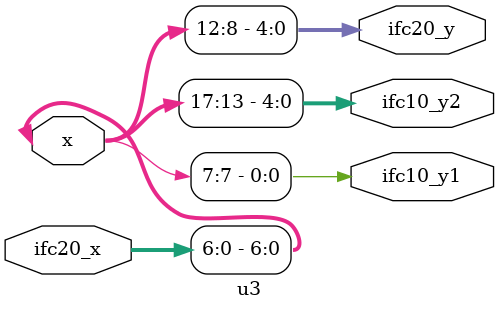
<source format=v>
`include "defines.v"

module u3(x,
          ifc10_y1,
          ifc10_y2,
          ifc20_y,
          ifc20_x);
// Location of source csl unit: file name = concat_assign9.csl line number = 15
  input [18 - 1:0] x;
  input [7 - 1:0] ifc20_x;
  output ifc10_y1;
  output [5 - 1:0] ifc10_y2;
  output [5 - 1:0] ifc20_y;
  assign   x = {ifc10_y2, ifc20_y, ifc10_y1, ifc20_x};
  `include "u3.logic.v"
endmodule


</source>
